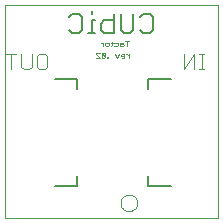
<source format=gbo>
G75*
G70*
%OFA0B0*%
%FSLAX24Y24*%
%IPPOS*%
%LPD*%
%AMOC8*
5,1,8,0,0,1.08239X$1,22.5*
%
%ADD10C,0.0060*%
%ADD11C,0.0020*%
%ADD12C,0.0000*%
%ADD13C,0.0040*%
%ADD14C,0.0050*%
%ADD15C,0.0039*%
D10*
X006341Y015258D02*
X006234Y015364D01*
X006341Y015258D02*
X006555Y015258D01*
X006661Y015364D01*
X006661Y015791D01*
X006555Y015898D01*
X006341Y015898D01*
X006234Y015791D01*
X006878Y015258D02*
X007091Y015258D01*
X006984Y015258D02*
X006984Y015685D01*
X007091Y015685D01*
X006984Y015898D02*
X006984Y016005D01*
X007309Y015578D02*
X007415Y015685D01*
X007736Y015685D01*
X007736Y015898D02*
X007736Y015258D01*
X007415Y015258D01*
X007309Y015364D01*
X007309Y015578D01*
X007953Y015364D02*
X008060Y015258D01*
X008273Y015258D01*
X008380Y015364D01*
X008380Y015898D01*
X008598Y015791D02*
X008704Y015898D01*
X008918Y015898D01*
X009025Y015791D01*
X009025Y015364D01*
X008918Y015258D01*
X008704Y015258D01*
X008598Y015364D01*
X007953Y015364D02*
X007953Y015898D01*
D11*
X008116Y015010D02*
X008236Y015010D01*
X008176Y015010D02*
X008176Y014830D01*
X008052Y014860D02*
X008022Y014890D01*
X007932Y014890D01*
X007932Y014920D02*
X007932Y014830D01*
X008022Y014830D01*
X008052Y014860D01*
X008022Y014950D02*
X007962Y014950D01*
X007932Y014920D01*
X007868Y014920D02*
X007868Y014860D01*
X007838Y014830D01*
X007748Y014830D01*
X007654Y014860D02*
X007654Y014980D01*
X007684Y014950D02*
X007624Y014950D01*
X007561Y014920D02*
X007561Y014860D01*
X007531Y014830D01*
X007471Y014830D01*
X007441Y014860D01*
X007441Y014920D01*
X007471Y014950D01*
X007531Y014950D01*
X007561Y014920D01*
X007624Y014830D02*
X007654Y014860D01*
X007748Y014950D02*
X007838Y014950D01*
X007868Y014920D01*
X007898Y014556D02*
X007838Y014436D01*
X007778Y014556D01*
X007962Y014526D02*
X007962Y014496D01*
X008083Y014496D01*
X008083Y014466D02*
X008083Y014526D01*
X008053Y014556D01*
X007993Y014556D01*
X007962Y014526D01*
X007993Y014436D02*
X008053Y014436D01*
X008083Y014466D01*
X008146Y014556D02*
X008176Y014556D01*
X008236Y014496D01*
X008236Y014436D02*
X008236Y014556D01*
X007530Y014466D02*
X007500Y014466D01*
X007500Y014436D01*
X007530Y014436D01*
X007530Y014466D01*
X007438Y014466D02*
X007438Y014586D01*
X007408Y014616D01*
X007348Y014616D01*
X007318Y014586D01*
X007438Y014466D01*
X007408Y014436D01*
X007348Y014436D01*
X007318Y014466D01*
X007318Y014586D01*
X007254Y014586D02*
X007224Y014616D01*
X007164Y014616D01*
X007134Y014586D01*
X007134Y014556D01*
X007254Y014436D01*
X007134Y014436D01*
X007377Y014830D02*
X007377Y014950D01*
X007377Y014890D02*
X007317Y014950D01*
X007287Y014950D01*
D12*
X004112Y016198D02*
X004112Y009111D01*
X011199Y009111D01*
X011199Y016198D01*
X004112Y016198D01*
D13*
X004131Y014573D02*
X004478Y014573D01*
X004647Y014573D02*
X004647Y014139D01*
X004734Y014052D01*
X004907Y014052D01*
X004994Y014139D01*
X004994Y014573D01*
X005163Y014486D02*
X005249Y014573D01*
X005423Y014573D01*
X005509Y014486D01*
X005509Y014139D01*
X005423Y014052D01*
X005249Y014052D01*
X005163Y014139D01*
X005163Y014486D01*
X004305Y014573D02*
X004305Y014052D01*
X010055Y014052D02*
X010055Y014573D01*
X010402Y014573D02*
X010055Y014052D01*
X010402Y014052D02*
X010402Y014573D01*
X010572Y014573D02*
X010746Y014573D01*
X010659Y014573D02*
X010659Y014052D01*
X010746Y014052D02*
X010572Y014052D01*
D14*
X009624Y013717D02*
X008876Y013717D01*
X008876Y013403D01*
X008876Y010489D02*
X008876Y010174D01*
X009624Y010174D01*
X006514Y010174D02*
X006514Y010489D01*
X006514Y010174D02*
X005766Y010174D01*
X006514Y013403D02*
X006514Y013717D01*
X005766Y013717D01*
D15*
X007952Y009603D02*
X007954Y009636D01*
X007960Y009668D01*
X007969Y009700D01*
X007983Y009730D01*
X007999Y009758D01*
X008019Y009784D01*
X008042Y009808D01*
X008068Y009829D01*
X008096Y009846D01*
X008126Y009861D01*
X008157Y009871D01*
X008189Y009878D01*
X008222Y009881D01*
X008255Y009880D01*
X008287Y009875D01*
X008319Y009866D01*
X008350Y009854D01*
X008378Y009838D01*
X008405Y009819D01*
X008429Y009797D01*
X008451Y009772D01*
X008469Y009744D01*
X008484Y009715D01*
X008496Y009684D01*
X008504Y009652D01*
X008508Y009619D01*
X008508Y009587D01*
X008504Y009554D01*
X008496Y009522D01*
X008484Y009491D01*
X008469Y009462D01*
X008451Y009434D01*
X008429Y009409D01*
X008405Y009387D01*
X008378Y009368D01*
X008350Y009352D01*
X008319Y009340D01*
X008287Y009331D01*
X008255Y009326D01*
X008222Y009325D01*
X008189Y009328D01*
X008157Y009335D01*
X008126Y009345D01*
X008096Y009360D01*
X008068Y009377D01*
X008042Y009398D01*
X008019Y009422D01*
X007999Y009448D01*
X007983Y009476D01*
X007969Y009506D01*
X007960Y009538D01*
X007954Y009570D01*
X007952Y009603D01*
M02*

</source>
